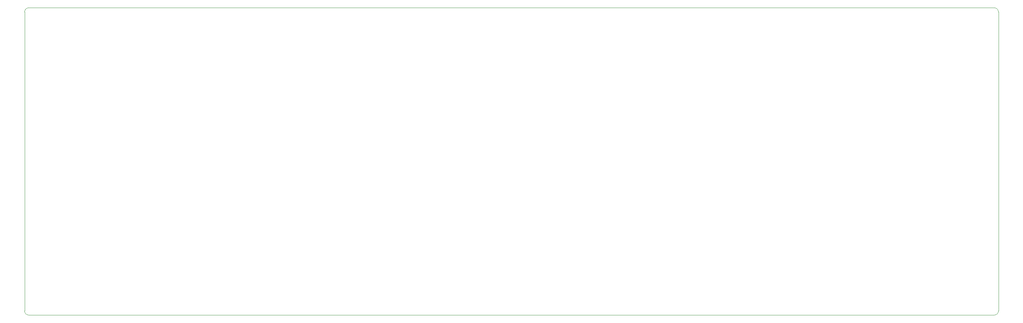
<source format=gbr>
G04 (created by PCBNEW (2013-07-07 BZR 4022)-stable) date 7/27/2014 4:03:04 PM*
%MOIN*%
G04 Gerber Fmt 3.4, Leading zero omitted, Abs format*
%FSLAX34Y34*%
G01*
G70*
G90*
G04 APERTURE LIST*
%ADD10C,0.00590551*%
%ADD11C,0.00390157*%
G04 APERTURE END LIST*
G54D10*
G54D11*
X129000Y-31400D02*
X129000Y-31800D01*
X128200Y-31000D02*
X128600Y-31000D01*
X129000Y-31400D02*
G75*
G03X128600Y-31000I-400J0D01*
G74*
G01*
X35800Y-59600D02*
X35800Y-60000D01*
X36600Y-60400D02*
X36200Y-60400D01*
X35800Y-60000D02*
G75*
G03X36200Y-60400I400J0D01*
G74*
G01*
X35800Y-31800D02*
X35800Y-31400D01*
X36600Y-31000D02*
X36200Y-31000D01*
X36200Y-31000D02*
G75*
G03X35800Y-31400I0J-400D01*
G74*
G01*
X129000Y-59800D02*
X129000Y-60000D01*
X128400Y-60400D02*
X128600Y-60400D01*
X128600Y-60400D02*
G75*
G03X129000Y-60000I0J400D01*
G74*
G01*
X128400Y-60400D02*
X128000Y-60400D01*
X35800Y-31800D02*
X35800Y-59600D01*
X128200Y-31000D02*
X36600Y-31000D01*
X129000Y-59800D02*
X129000Y-31800D01*
X36600Y-60400D02*
X128000Y-60400D01*
M02*

</source>
